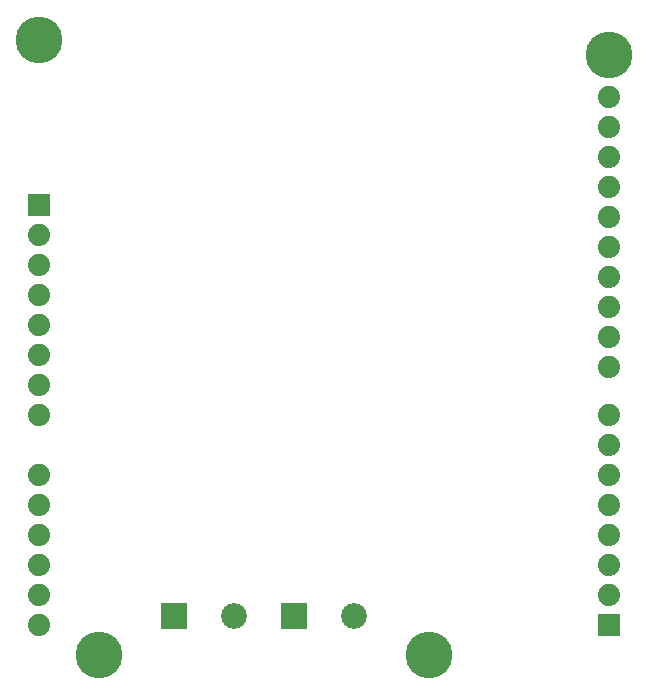
<source format=gbr>
G04 start of page 7 for group -4062 idx -4062 *
G04 Title: (unknown), soldermask *
G04 Creator: pcb 20140316 *
G04 CreationDate: Fri 13 Apr 2018 03:31:12 AM GMT UTC *
G04 For: railfan *
G04 Format: Gerber/RS-274X *
G04 PCB-Dimensions (mil): 2100.00 2700.00 *
G04 PCB-Coordinate-Origin: lower left *
%MOIN*%
%FSLAX25Y25*%
%LNBOTTOMMASK*%
%ADD53C,0.0860*%
%ADD52C,0.1560*%
%ADD51C,0.0740*%
%ADD50C,0.0001*%
G54D50*G36*
X196300Y23700D02*Y16300D01*
X203700D01*
Y23700D01*
X196300D01*
G37*
G54D51*X200000Y30000D03*
Y40000D03*
Y50000D03*
Y60000D03*
Y70000D03*
G54D52*X140000Y10000D03*
G54D53*X115000Y23000D03*
G54D51*X10000Y130000D03*
Y120000D03*
Y110000D03*
Y100000D03*
G54D50*G36*
X6300Y163700D02*Y156300D01*
X13700D01*
Y163700D01*
X6300D01*
G37*
G54D51*X10000Y150000D03*
Y140000D03*
G54D52*Y215000D03*
G54D51*X200000Y80000D03*
Y90000D03*
Y106000D03*
Y116000D03*
Y126000D03*
Y136000D03*
Y146000D03*
Y156000D03*
Y166000D03*
Y176000D03*
Y186000D03*
Y196000D03*
G54D52*Y210000D03*
G54D51*X10000Y90000D03*
Y70000D03*
Y60000D03*
Y50000D03*
Y40000D03*
Y30000D03*
Y20000D03*
G54D52*X30000Y10000D03*
G54D50*G36*
X50700Y27300D02*Y18700D01*
X59300D01*
Y27300D01*
X50700D01*
G37*
G54D53*X75000Y23000D03*
G54D50*G36*
X90700Y27300D02*Y18700D01*
X99300D01*
Y27300D01*
X90700D01*
G37*
M02*

</source>
